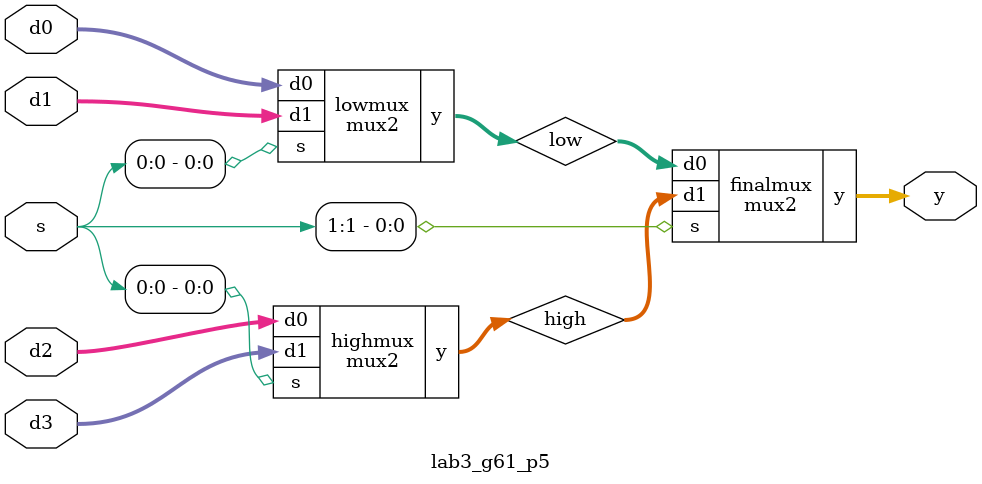
<source format=sv>
/* lab3_g61_p5.sv
 * Hazirlayanlar:
 * Berkay Arslan
 * Furkan Çonkur
 * 
 *  Notlar:
 * ELM235 2020 Bahar Lab3 - Problem 5
 * Yapısal Tasarım (Structural Design)
 *
 */
module mux2
(
	input logic [7:0] d0, d1,
	input logic s,
   output logic [7:0] y
);

	assign y = s ? d1 : d0;
endmodule

module lab3_g61_p5
(
	input logic [7:0] d0, d1, d2, d3,
	input logic [1:0]s,
   output logic [7:0] y
);

	logic[7:0] low, high;
	
	mux2 lowmux(d0, d1, s[0], low);
	mux2 highmux(d2, d3, s[0], high);
	mux2 finalmux(low, high, s[1], y);
endmodule


</source>
